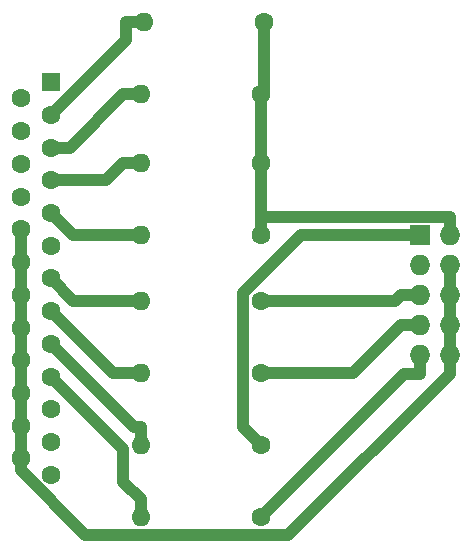
<source format=gbr>
%TF.GenerationSoftware,KiCad,Pcbnew,5.1.4-3.fc30*%
%TF.CreationDate,2019-10-13T13:52:24+02:00*%
%TF.ProjectId,bsd_programmer,6273645f-7072-46f6-9772-616d6d65722e,1.0*%
%TF.SameCoordinates,PX7eea3c0PY70276d0*%
%TF.FileFunction,Copper,L2,Bot*%
%TF.FilePolarity,Positive*%
%FSLAX46Y46*%
G04 Gerber Fmt 4.6, Leading zero omitted, Abs format (unit mm)*
G04 Created by KiCad (PCBNEW 5.1.4-3.fc30) date 2019-10-13 13:52:24*
%MOMM*%
%LPD*%
G04 APERTURE LIST*
%TA.AperFunction,ComponentPad*%
%ADD10R,1.600000X1.600000*%
%TD*%
%TA.AperFunction,ComponentPad*%
%ADD11C,1.600000*%
%TD*%
%TA.AperFunction,ComponentPad*%
%ADD12R,1.727200X1.727200*%
%TD*%
%TA.AperFunction,ComponentPad*%
%ADD13O,1.727200X1.727200*%
%TD*%
%TA.AperFunction,ComponentPad*%
%ADD14O,1.600000X1.600000*%
%TD*%
%TA.AperFunction,Conductor*%
%ADD15C,1.000000*%
%TD*%
G04 APERTURE END LIST*
D10*
%TO.P,J1,1*%
%TO.N,Net-(J1-Pad1)*%
X12208000Y43942000D03*
D11*
%TO.P,J1,2*%
%TO.N,D0*%
X12208000Y41172000D03*
%TO.P,J1,3*%
%TO.N,D1*%
X12208000Y38402000D03*
%TO.P,J1,4*%
%TO.N,D2*%
X12208000Y35632000D03*
%TO.P,J1,5*%
%TO.N,D3*%
X12208000Y32862000D03*
%TO.P,J1,6*%
%TO.N,Net-(J1-Pad6)*%
X12208000Y30092000D03*
%TO.P,J1,7*%
%TO.N,D5*%
X12208000Y27322000D03*
%TO.P,J1,8*%
%TO.N,D6*%
X12208000Y24552000D03*
%TO.P,J1,9*%
%TO.N,D7*%
X12208000Y21782000D03*
%TO.P,J1,10*%
%TO.N,ACK*%
X12208000Y19012000D03*
%TO.P,J1,11*%
%TO.N,Net-(J1-Pad11)*%
X12208000Y16242000D03*
%TO.P,J1,12*%
%TO.N,Net-(J1-Pad12)*%
X12208000Y13472000D03*
%TO.P,J1,13*%
%TO.N,Net-(J1-Pad13)*%
X12208000Y10702000D03*
%TO.P,J1,14*%
%TO.N,Net-(J1-Pad14)*%
X9668000Y42557000D03*
%TO.P,J1,15*%
%TO.N,Net-(J1-Pad15)*%
X9668000Y39787000D03*
%TO.P,J1,16*%
%TO.N,Net-(J1-Pad16)*%
X9668000Y37017000D03*
%TO.P,J1,17*%
%TO.N,Net-(J1-Pad17)*%
X9668000Y34247000D03*
%TO.P,J1,18*%
%TO.N,Net-(J1-Pad18)*%
X9668000Y31477000D03*
%TO.P,J1,19*%
X9668000Y28707000D03*
%TO.P,J1,20*%
X9668000Y25937000D03*
%TO.P,J1,21*%
X9668000Y23167000D03*
%TO.P,J1,22*%
X9668000Y20397000D03*
%TO.P,J1,23*%
X9668000Y17627000D03*
%TO.P,J1,24*%
X9668000Y14857000D03*
%TO.P,J1,25*%
X9668000Y12087000D03*
%TD*%
D12*
%TO.P,J2,1*%
%TO.N,Net-(J2-Pad1)*%
X43450000Y30988000D03*
D13*
%TO.P,J2,2*%
%TO.N,Net-(J2-Pad2)*%
X45990000Y30988000D03*
%TO.P,J2,3*%
%TO.N,Net-(J2-Pad3)*%
X43450000Y28448000D03*
%TO.P,J2,4*%
%TO.N,Net-(J1-Pad18)*%
X45990000Y28448000D03*
%TO.P,J2,5*%
%TO.N,Net-(J2-Pad5)*%
X43450000Y25908000D03*
%TO.P,J2,6*%
%TO.N,Net-(J1-Pad18)*%
X45990000Y25908000D03*
%TO.P,J2,7*%
%TO.N,Net-(J2-Pad7)*%
X43450000Y23368000D03*
%TO.P,J2,8*%
%TO.N,Net-(J1-Pad18)*%
X45990000Y23368000D03*
%TO.P,J2,9*%
%TO.N,Net-(J2-Pad9)*%
X43450000Y20828000D03*
%TO.P,J2,10*%
%TO.N,Net-(J1-Pad18)*%
X45990000Y20828000D03*
%TD*%
D11*
%TO.P,R1,1*%
%TO.N,Net-(J2-Pad2)*%
X30242000Y49022000D03*
D14*
%TO.P,R1,2*%
%TO.N,D0*%
X20082000Y49022000D03*
%TD*%
%TO.P,R2,2*%
%TO.N,D1*%
X19828000Y42926000D03*
D11*
%TO.P,R2,1*%
%TO.N,Net-(J2-Pad2)*%
X29988000Y42926000D03*
%TD*%
%TO.P,R3,1*%
%TO.N,Net-(J2-Pad2)*%
X29988000Y37084000D03*
D14*
%TO.P,R3,2*%
%TO.N,D2*%
X19828000Y37084000D03*
%TD*%
%TO.P,R4,2*%
%TO.N,D3*%
X19828000Y30988000D03*
D11*
%TO.P,R4,1*%
%TO.N,Net-(J2-Pad2)*%
X29988000Y30988000D03*
%TD*%
%TO.P,R5,1*%
%TO.N,Net-(J2-Pad9)*%
X29988000Y7112000D03*
D14*
%TO.P,R5,2*%
%TO.N,ACK*%
X19828000Y7112000D03*
%TD*%
%TO.P,R6,2*%
%TO.N,D7*%
X19828000Y13208000D03*
D11*
%TO.P,R6,1*%
%TO.N,Net-(J2-Pad1)*%
X29988000Y13208000D03*
%TD*%
%TO.P,R7,1*%
%TO.N,Net-(J2-Pad7)*%
X29988000Y19304000D03*
D14*
%TO.P,R7,2*%
%TO.N,D6*%
X19828000Y19304000D03*
%TD*%
%TO.P,R8,2*%
%TO.N,D5*%
X19828000Y25400000D03*
D11*
%TO.P,R8,1*%
%TO.N,Net-(J2-Pad5)*%
X29988000Y25400000D03*
%TD*%
D15*
%TO.N,Net-(J1-Pad18)*%
X9668000Y28707000D02*
X9668000Y31477000D01*
X9668000Y25937000D02*
X9668000Y28707000D01*
X9668000Y23167000D02*
X9668000Y25937000D01*
X9668000Y20397000D02*
X9668000Y23167000D01*
X9668000Y17627000D02*
X9668000Y20397000D01*
X9668000Y14857000D02*
X9668000Y17627000D01*
X9668000Y12087000D02*
X9668000Y14857000D01*
X45990000Y19264100D02*
X32335500Y5609600D01*
X32335500Y5609600D02*
X15143800Y5609600D01*
X15143800Y5609600D02*
X9668000Y11085400D01*
X9668000Y11085400D02*
X9668000Y12087000D01*
X45990000Y20828000D02*
X45990000Y19264100D01*
X45990000Y23368000D02*
X45990000Y20828000D01*
X45990000Y25908000D02*
X45990000Y28448000D01*
X45990000Y23368000D02*
X45990000Y25908000D01*
%TO.N,Net-(J2-Pad1)*%
X29988000Y13208000D02*
X28477500Y14718500D01*
X28477500Y14718500D02*
X28477500Y26057000D01*
X28477500Y26057000D02*
X33408500Y30988000D01*
X33408500Y30988000D02*
X43450000Y30988000D01*
%TO.N,Net-(J2-Pad2)*%
X29988000Y32551900D02*
X29988000Y37084000D01*
X29988000Y30988000D02*
X29988000Y32551900D01*
X29988000Y32551900D02*
X45990000Y32551900D01*
X45990000Y30988000D02*
X45990000Y32551900D01*
X29988000Y42926000D02*
X30242000Y43180000D01*
X30242000Y43180000D02*
X30242000Y49022000D01*
X29988000Y42926000D02*
X29988000Y37084000D01*
%TO.N,Net-(J2-Pad5)*%
X43450000Y25908000D02*
X41886100Y25908000D01*
X29988000Y25400000D02*
X41378100Y25400000D01*
X41378100Y25400000D02*
X41886100Y25908000D01*
%TO.N,Net-(J2-Pad7)*%
X43450000Y23368000D02*
X41886100Y23368000D01*
X29988000Y19304000D02*
X37822100Y19304000D01*
X37822100Y19304000D02*
X41886100Y23368000D01*
%TO.N,Net-(J2-Pad9)*%
X43450000Y20828000D02*
X43450000Y19264100D01*
X29988000Y7112000D02*
X42140100Y19264100D01*
X42140100Y19264100D02*
X43450000Y19264100D01*
%TO.N,D0*%
X20082000Y49022000D02*
X18581700Y49022000D01*
X18581700Y49022000D02*
X18581700Y47545700D01*
X18581700Y47545700D02*
X12208000Y41172000D01*
%TO.N,D1*%
X19828000Y42926000D02*
X18327700Y42926000D01*
X18327700Y42926000D02*
X13803700Y38402000D01*
X13803700Y38402000D02*
X12208000Y38402000D01*
%TO.N,D2*%
X19828000Y37084000D02*
X18327700Y37084000D01*
X18327700Y37084000D02*
X16875700Y35632000D01*
X16875700Y35632000D02*
X12208000Y35632000D01*
%TO.N,D3*%
X19828000Y30988000D02*
X14082000Y30988000D01*
X14082000Y30988000D02*
X12208000Y32862000D01*
%TO.N,D5*%
X19828000Y25400000D02*
X14130000Y25400000D01*
X14130000Y25400000D02*
X12208000Y27322000D01*
%TO.N,D6*%
X19828000Y19304000D02*
X17456000Y19304000D01*
X17456000Y19304000D02*
X12208000Y24552000D01*
%TO.N,D7*%
X19828000Y13208000D02*
X19828000Y14708300D01*
X19828000Y14708300D02*
X19281700Y14708300D01*
X19281700Y14708300D02*
X12208000Y21782000D01*
%TO.N,ACK*%
X19828000Y7112000D02*
X19828000Y8612300D01*
X19828000Y8612300D02*
X18327700Y10112600D01*
X18327700Y10112600D02*
X18327700Y12892300D01*
X18327700Y12892300D02*
X12208000Y19012000D01*
%TD*%
M02*

</source>
